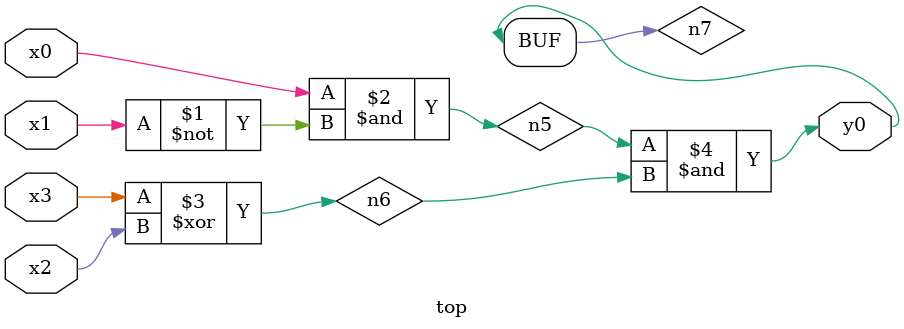
<source format=v>
module top( x0 , x1 , x2 , x3 , y0 );
  input x0 , x1 , x2 , x3 ;
  output y0 ;
  wire n5 , n6 , n7 ;
  assign n5 = x0 & ~x1 ;
  assign n6 = x3 ^ x2 ;
  assign n7 = n5 & n6 ;
  assign y0 = n7 ;
endmodule

</source>
